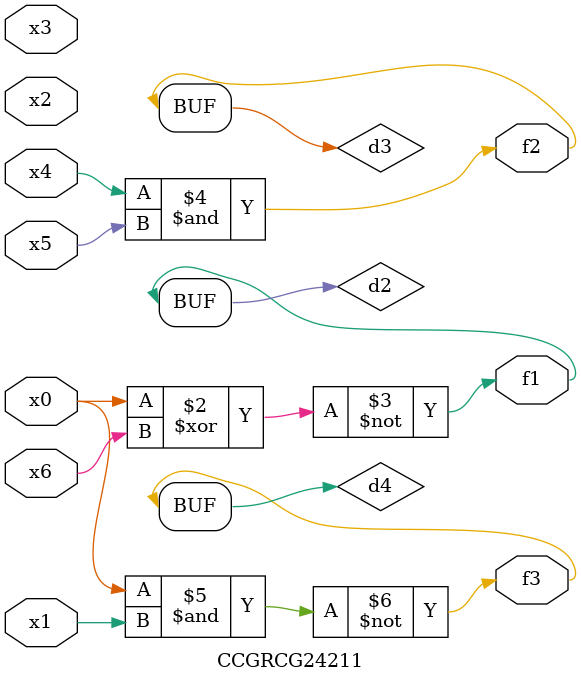
<source format=v>
module CCGRCG24211(
	input x0, x1, x2, x3, x4, x5, x6,
	output f1, f2, f3
);

	wire d1, d2, d3, d4;

	nor (d1, x0);
	xnor (d2, x0, x6);
	and (d3, x4, x5);
	nand (d4, x0, x1);
	assign f1 = d2;
	assign f2 = d3;
	assign f3 = d4;
endmodule

</source>
